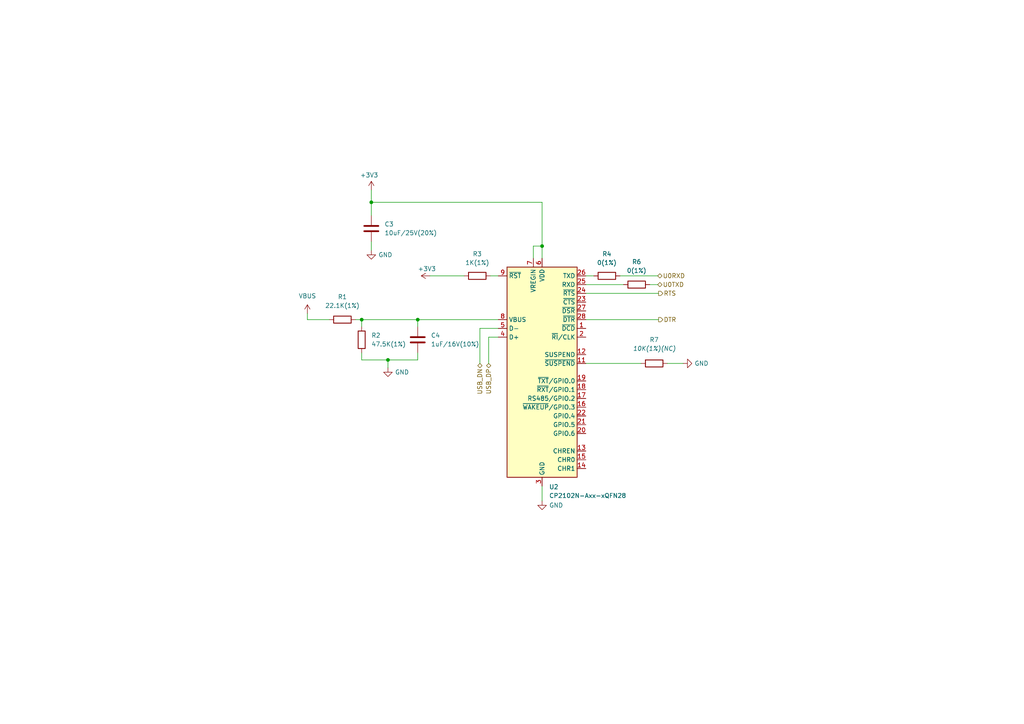
<source format=kicad_sch>
(kicad_sch (version 20211123) (generator eeschema)
  (paper "A4")
  (lib_symbols
    (symbol "Device:C" (pin_numbers hide) (pin_names (offset 0.254))
      (property "Reference" "C" (at 0.635 2.54 0))
      (property "Value" "C" (at 0.635 -2.54 0))
      (symbol "C_0_1"
        (polyline (pts (xy -2.032 -0.762) (xy 2.032 -0.762)) (stroke (width 0.508)))
        (polyline (pts (xy -2.032 0.762) (xy 2.032 0.762)) (stroke (width 0.508)))
      )
      (symbol "C_1_1"
        (pin passive line (at 0 3.81 270) (length 2.794) (name "~") (number "1"))
        (pin passive line (at 0 -3.81 90) (length 2.794) (name "~") (number "2"))
      )
    )
    (symbol "Device:R" (pin_numbers hide) (pin_names (offset 0))
      (property "Reference" "R" (at 2.032 0 90))
      (property "Value" "R" (at 0 0 90))
      (symbol "R_0_1"
        (rectangle (start -1.016 -2.54) (end 1.016 2.54) (stroke (width 0.254)))
      )
      (symbol "R_1_1"
        (pin passive line (at 0 3.81 270) (length 1.27) (name "~") (number "1"))
        (pin passive line (at 0 -3.81 90) (length 1.27) (name "~") (number "2"))
      )
    )
    (symbol "Interface_USB:CP2102N-Axx-xQFN28"
      (property "Reference" "U" (at -8.89 31.75 0))
      (property "Value" "CP2102N-Axx-xQFN28" (at 12.7 31.75 0))
      (symbol "CP2102N-Axx-xQFN28_0_1"
        (rectangle (start -10.16 30.48) (end 10.16 -30.48) (stroke (width 0.254)) (fill (type background)))
      )
      (symbol "CP2102N-Axx-xQFN28_1_1"
        (pin input line (at 12.7 12.7 180) (length 2.54) (name "~{DCD}") (number "1"))
        (pin no_connect line (at -10.16 -27.94 0) (length 2.54) hide (name "NC") (number "10"))
        (pin output line (at 12.7 2.54 180) (length 2.54) (name "~{SUSPEND}") (number "11"))
        (pin output line (at 12.7 5.08 180) (length 2.54) (name "SUSPEND") (number "12"))
        (pin output line (at 12.7 -22.86 180) (length 2.54) (name "CHREN") (number "13"))
        (pin output line (at 12.7 -27.94 180) (length 2.54) (name "CHR1") (number "14"))
        (pin output line (at 12.7 -25.4 180) (length 2.54) (name "CHR0") (number "15"))
        (pin bidirectional line (at 12.7 -10.16 180) (length 2.54) (name "~{WAKEUP}/GPIO.3") (number "16"))
        (pin bidirectional line (at 12.7 -7.62 180) (length 2.54) (name "RS485/GPIO.2") (number "17"))
        (pin bidirectional line (at 12.7 -5.08 180) (length 2.54) (name "~{RXT}/GPIO.1") (number "18"))
        (pin bidirectional line (at 12.7 -2.54 180) (length 2.54) (name "~{TXT}/GPIO.0") (number "19"))
        (pin bidirectional line (at 12.7 10.16 180) (length 2.54) (name "~{RI}/CLK") (number "2"))
        (pin bidirectional line (at 12.7 -17.78 180) (length 2.54) (name "GPIO.6") (number "20"))
        (pin bidirectional line (at 12.7 -15.24 180) (length 2.54) (name "GPIO.5") (number "21"))
        (pin bidirectional line (at 12.7 -12.7 180) (length 2.54) (name "GPIO.4") (number "22"))
        (pin input line (at 12.7 20.32 180) (length 2.54) (name "~{CTS}") (number "23"))
        (pin output line (at 12.7 22.86 180) (length 2.54) (name "~{RTS}") (number "24"))
        (pin input line (at 12.7 25.4 180) (length 2.54) (name "RXD") (number "25"))
        (pin output line (at 12.7 27.94 180) (length 2.54) (name "TXD") (number "26"))
        (pin input line (at 12.7 17.78 180) (length 2.54) (name "~{DSR}") (number "27"))
        (pin output line (at 12.7 15.24 180) (length 2.54) (name "~{DTR}") (number "28"))
        (pin passive line (at 0 -33.02 90) (length 2.54) hide (name "GND") (number "29"))
        (pin power_in line (at 0 -33.02 90) (length 2.54) (name "GND") (number "3"))
        (pin bidirectional line (at -12.7 10.16 0) (length 2.54) (name "D+") (number "4"))
        (pin bidirectional line (at -12.7 12.7 0) (length 2.54) (name "D-") (number "5"))
        (pin power_in line (at 0 33.02 270) (length 2.54) (name "VDD") (number "6"))
        (pin power_in line (at -2.54 33.02 270) (length 2.54) (name "VREGIN") (number "7"))
        (pin input line (at -12.7 15.24 0) (length 2.54) (name "VBUS") (number "8"))
        (pin input line (at -12.7 27.94 0) (length 2.54) (name "~{RST}") (number "9"))
      )
    )
    (symbol "power:+3V3" (power) (pin_names (offset 0))
      (property "Value" "+3V3" (at 0 3.556 0))
      (symbol "+3V3_0_1"
        (polyline (pts (xy -0.762 1.27) (xy 0 2.54)))
        (polyline (pts (xy 0 0) (xy 0 2.54)))
        (polyline (pts (xy 0 2.54) (xy 0.762 1.27)))
      )
      (symbol "+3V3_1_1"
        (pin power_in line (at 0 0 90) (length 0) hide (name "+3V3") (number "1"))
      )
    )
    (symbol "power:GND" (power) (pin_names (offset 0))
      (property "Value" "GND" (at 0 -3.81 0))
      (symbol "GND_0_1"
        (polyline (pts (xy 0 0) (xy 0 -1.27) (xy 1.27 -1.27) (xy 0 -2.54) (xy -1.27 -1.27) (xy 0 -1.27)))
      )
      (symbol "GND_1_1"
        (pin power_in line (at 0 0 270) (length 0) hide (name "GND") (number "1"))
      )
    )
    (symbol "power:VBUS" (power) (pin_names (offset 0))
      (property "Value" "VBUS" (at 0 3.81 0))
      (symbol "VBUS_0_1"
        (polyline (pts (xy -0.762 1.27) (xy 0 2.54)))
        (polyline (pts (xy 0 0) (xy 0 2.54)))
        (polyline (pts (xy 0 2.54) (xy 0.762 1.27)))
      )
      (symbol "VBUS_1_1"
        (pin power_in line (at 0 0 90) (length 0) hide (name "VBUS") (number "1"))
      )
    )
  )
  (junction (at 157.226 71.374))
  (junction (at 107.696 58.674))
  (junction (at 104.902 92.71))
  (junction (at 121.158 92.71))
  (junction (at 112.522 104.394))
  (wire (pts (xy 141.732 97.79) (xy 144.526 97.79)))
  (wire (pts (xy 89.154 90.932) (xy 89.154 92.71)))
  (wire (pts (xy 188.468 82.55) (xy 190.754 82.55)))
  (wire (pts (xy 154.686 71.374) (xy 157.226 71.374)))
  (wire (pts (xy 104.902 92.71) (xy 121.158 92.71)))
  (wire (pts (xy 104.902 92.71) (xy 104.902 94.742)))
  (wire (pts (xy 142.24 80.01) (xy 144.526 80.01)))
  (wire (pts (xy 141.732 105.41) (xy 141.732 97.79)))
  (wire (pts (xy 107.696 58.674) (xy 157.226 58.674)))
  (wire (pts (xy 157.226 71.374) (xy 157.226 74.93)))
  (wire (pts (xy 121.158 102.362) (xy 121.158 104.394)))
  (wire (pts (xy 139.192 95.25) (xy 144.526 95.25)))
  (wire (pts (xy 169.926 85.09) (xy 191.008 85.09)))
  (wire (pts (xy 107.696 62.484) (xy 107.696 58.674)))
  (wire (pts (xy 124.714 80.01) (xy 134.62 80.01)))
  (wire (pts (xy 193.548 105.41) (xy 198.12 105.41)))
  (wire (pts (xy 107.696 55.118) (xy 107.696 58.674)))
  (wire (pts (xy 179.832 80.01) (xy 190.754 80.01)))
  (wire (pts (xy 139.192 105.41) (xy 139.192 95.25)))
  (wire (pts (xy 169.926 82.55) (xy 180.848 82.55)))
  (wire (pts (xy 169.926 80.01) (xy 172.212 80.01)))
  (wire (pts (xy 121.158 104.394) (xy 112.522 104.394)))
  (wire (pts (xy 169.926 92.71) (xy 191.008 92.71)))
  (wire (pts (xy 121.158 92.71) (xy 144.526 92.71)))
  (wire (pts (xy 104.902 102.362) (xy 104.902 104.394)))
  (wire (pts (xy 112.522 104.394) (xy 112.522 106.68)))
  (wire (pts (xy 107.696 70.104) (xy 107.696 72.644)))
  (wire (pts (xy 169.926 105.41) (xy 185.928 105.41)))
  (wire (pts (xy 157.226 140.97) (xy 157.226 145.288)))
  (wire (pts (xy 104.902 104.394) (xy 112.522 104.394)))
  (wire (pts (xy 89.154 92.71) (xy 95.504 92.71)))
  (wire (pts (xy 103.124 92.71) (xy 104.902 92.71)))
  (wire (pts (xy 121.158 92.71) (xy 121.158 94.742)))
  (wire (pts (xy 157.226 58.674) (xy 157.226 71.374)))
  (wire (pts (xy 154.686 74.93) (xy 154.686 71.374)))
  (hierarchical_label "U0TXD" (shape bidirectional) (at 190.754 82.55 0))
  (hierarchical_label "DTR" (shape output) (at 191.008 92.71 0))
  (hierarchical_label "USB_DP" (shape bidirectional) (at 141.732 105.41 270))
  (hierarchical_label "USB_DN" (shape bidirectional) (at 139.192 105.41 270))
  (hierarchical_label "U0RXD" (shape bidirectional) (at 190.754 80.01 0))
  (hierarchical_label "RTS" (shape output) (at 191.008 85.09 0))
  (symbol (lib_id "Device:R") (at 189.738 105.41 270) (unit 1)
    (property "Reference" "R7" (at 189.738 98.552 90))
    (property "Value" "10K(1%)(NC)" (at 189.738 101.092 90) (effects (font italic)))
    (property "Footprint" "Resistor_SMD:R_0805_2012Metric" (effects hide))
  )
  (symbol (lib_id "power:VBUS") (at 89.154 90.932 0) (unit 1)
    (property "Reference" "#PWR0120" (effects hide))
    (property "Value" "VBUS" (at 89.154 85.852 0))
  )
  (symbol (lib_id "Device:R") (at 104.902 98.552 0) (unit 1)
    (property "Reference" "R2" (at 107.696 97.2819 0) (effects (justify left)))
    (property "Value" "47.5K(1%)" (at 107.696 99.8219 0) (effects (justify left)))
    (property "Footprint" "Resistor_SMD:R_0805_2012Metric" (effects hide))
  )
  (symbol (lib_id "Device:R") (at 99.314 92.71 90) (unit 1)
    (property "Reference" "R1" (at 99.314 86.106 90))
    (property "Value" "22.1K(1%)" (at 99.314 88.646 90))
    (property "Footprint" "Resistor_SMD:R_0805_2012Metric" (effects hide))
  )
  (symbol (lib_id "Device:R") (at 138.43 80.01 90) (unit 1)
    (property "Reference" "R3" (at 138.43 73.66 90))
    (property "Value" "1K(1%)" (at 138.43 76.2 90))
    (property "Footprint" "Resistor_SMD:R_0805_2012Metric" (effects hide))
  )
  (symbol (lib_id "Device:C") (at 107.696 66.294 0) (unit 1)
    (property "Reference" "C3" (at 111.506 65.0239 0) (effects (justify left)))
    (property "Value" "10uF/25V(20%)" (at 111.506 67.5639 0) (effects (justify left)))
    (property "Footprint" "Capacitor_SMD:C_0805_2012Metric" (effects hide))
  )
  (symbol (lib_id "power:GND") (at 157.226 145.288 0) (unit 1)
    (property "Reference" "#PWR0122" (effects hide))
    (property "Value" "GND" (at 159.258 146.5579 0) (effects (justify left)))
  )
  (symbol (lib_id "power:+3V3") (at 124.714 80.01 90) (unit 1)
    (property "Reference" "#PWR0118" (effects hide))
    (property "Value" "+3V3" (at 121.158 77.978 90) (effects (justify right)))
  )
  (symbol (lib_id "power:GND") (at 107.696 72.644 0) (unit 1)
    (property "Reference" "#PWR0117" (effects hide))
    (property "Value" "GND" (at 109.728 73.9139 0) (effects (justify left)))
  )
  (symbol (lib_id "Device:R") (at 184.658 82.55 90) (unit 1)
    (property "Reference" "R6" (at 184.658 75.946 90))
    (property "Value" "0(1%)" (at 184.658 78.486 90))
    (property "Footprint" "Resistor_SMD:R_0805_2012Metric" (effects hide))
  )
  (symbol (lib_id "Interface_USB:CP2102N-Axx-xQFN28") (at 157.226 107.95 0) (unit 1)
    (property "Reference" "U2" (at 159.2454 141.224 0) (effects (justify left)))
    (property "Value" "CP2102N-Axx-xQFN28" (at 159.2454 143.764 0) (effects (justify left)))
    (property "Footprint" "Package_DFN_QFN:QFN-28-1EP_5x5mm_P0.5mm_EP3.35x3.35mm" (effects hide))
    (property "Datasheet" "https://www.silabs.com/documents/public/data-sheets/cp2102n-datasheet.pdf" (effects hide))
  )
  (symbol (lib_id "power:+3V3") (at 107.696 55.118 0) (unit 1)
    (property "Reference" "#PWR0119" (effects hide))
    (property "Value" "+3V3" (at 109.728 50.8 0) (effects (justify right)))
  )
  (symbol (lib_id "Device:C") (at 121.158 98.552 0) (unit 1)
    (property "Reference" "C4" (at 124.968 97.2819 0) (effects (justify left)))
    (property "Value" "1uF/16V(10%)" (at 124.968 99.8219 0) (effects (justify left)))
    (property "Footprint" "Capacitor_SMD:C_0805_2012Metric" (effects hide))
  )
  (symbol (lib_id "Device:R") (at 176.022 80.01 90) (unit 1)
    (property "Reference" "R4" (at 176.022 73.66 90))
    (property "Value" "0(1%)" (at 176.022 76.2 90))
    (property "Footprint" "Resistor_SMD:R_0805_2012Metric" (effects hide))
  )
  (symbol (lib_id "power:GND") (at 198.12 105.41 90) (unit 1)
    (property "Reference" "#PWR0123" (effects hide))
    (property "Value" "GND" (at 201.422 105.4099 90) (effects (justify right)))
  )
  (symbol (lib_id "power:GND") (at 112.522 106.68 0) (unit 1)
    (property "Reference" "#PWR0121" (effects hide))
    (property "Value" "GND" (at 114.554 107.9499 0) (effects (justify left)))
  )
)
</source>
